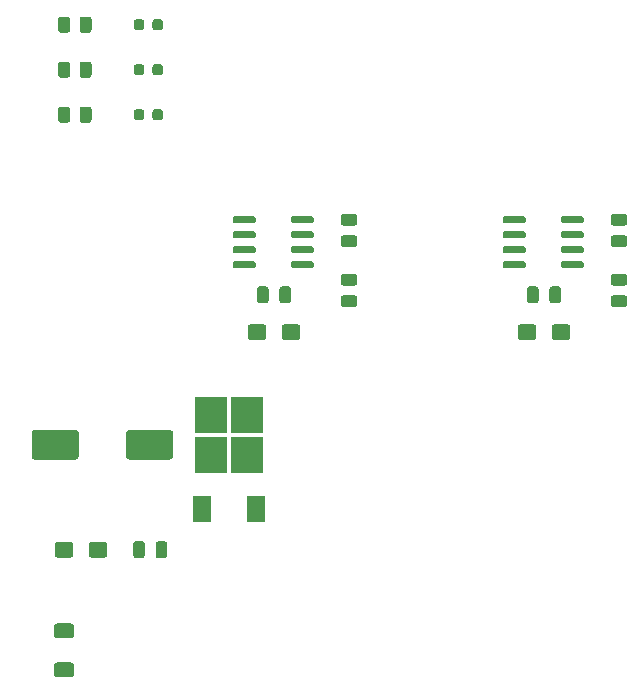
<source format=gbr>
G04 #@! TF.GenerationSoftware,KiCad,Pcbnew,(5.1.10)-1*
G04 #@! TF.CreationDate,2021-10-04T13:56:36-03:00*
G04 #@! TF.ProjectId,ESP-pwm_4ch,4553502d-7077-46d5-9f34-63682e6b6963,rev?*
G04 #@! TF.SameCoordinates,Original*
G04 #@! TF.FileFunction,Paste,Top*
G04 #@! TF.FilePolarity,Positive*
%FSLAX46Y46*%
G04 Gerber Fmt 4.6, Leading zero omitted, Abs format (unit mm)*
G04 Created by KiCad (PCBNEW (5.1.10)-1) date 2021-10-04 13:56:36*
%MOMM*%
%LPD*%
G01*
G04 APERTURE LIST*
%ADD10R,1.600000X2.200000*%
%ADD11R,2.750000X3.050000*%
G04 APERTURE END LIST*
G04 #@! TO.C,C3*
G36*
G01*
X111620000Y-111285000D02*
X111620000Y-112235000D01*
G75*
G02*
X111370000Y-112485000I-250000J0D01*
G01*
X110870000Y-112485000D01*
G75*
G02*
X110620000Y-112235000I0J250000D01*
G01*
X110620000Y-111285000D01*
G75*
G02*
X110870000Y-111035000I250000J0D01*
G01*
X111370000Y-111035000D01*
G75*
G02*
X111620000Y-111285000I0J-250000D01*
G01*
G37*
G36*
G01*
X109720000Y-111285000D02*
X109720000Y-112235000D01*
G75*
G02*
X109470000Y-112485000I-250000J0D01*
G01*
X108970000Y-112485000D01*
G75*
G02*
X108720000Y-112235000I0J250000D01*
G01*
X108720000Y-111285000D01*
G75*
G02*
X108970000Y-111035000I250000J0D01*
G01*
X109470000Y-111035000D01*
G75*
G02*
X109720000Y-111285000I0J-250000D01*
G01*
G37*
G04 #@! TD*
G04 #@! TO.C,C6*
G36*
G01*
X144960000Y-89695000D02*
X144960000Y-90645000D01*
G75*
G02*
X144710000Y-90895000I-250000J0D01*
G01*
X144210000Y-90895000D01*
G75*
G02*
X143960000Y-90645000I0J250000D01*
G01*
X143960000Y-89695000D01*
G75*
G02*
X144210000Y-89445000I250000J0D01*
G01*
X144710000Y-89445000D01*
G75*
G02*
X144960000Y-89695000I0J-250000D01*
G01*
G37*
G36*
G01*
X143060000Y-89695000D02*
X143060000Y-90645000D01*
G75*
G02*
X142810000Y-90895000I-250000J0D01*
G01*
X142310000Y-90895000D01*
G75*
G02*
X142060000Y-90645000I0J250000D01*
G01*
X142060000Y-89695000D01*
G75*
G02*
X142310000Y-89445000I250000J0D01*
G01*
X142810000Y-89445000D01*
G75*
G02*
X143060000Y-89695000I0J-250000D01*
G01*
G37*
G04 #@! TD*
G04 #@! TO.C,C4*
G36*
G01*
X122100000Y-89695000D02*
X122100000Y-90645000D01*
G75*
G02*
X121850000Y-90895000I-250000J0D01*
G01*
X121350000Y-90895000D01*
G75*
G02*
X121100000Y-90645000I0J250000D01*
G01*
X121100000Y-89695000D01*
G75*
G02*
X121350000Y-89445000I250000J0D01*
G01*
X121850000Y-89445000D01*
G75*
G02*
X122100000Y-89695000I0J-250000D01*
G01*
G37*
G36*
G01*
X120200000Y-89695000D02*
X120200000Y-90645000D01*
G75*
G02*
X119950000Y-90895000I-250000J0D01*
G01*
X119450000Y-90895000D01*
G75*
G02*
X119200000Y-90645000I0J250000D01*
G01*
X119200000Y-89695000D01*
G75*
G02*
X119450000Y-89445000I250000J0D01*
G01*
X119950000Y-89445000D01*
G75*
G02*
X120200000Y-89695000I0J-250000D01*
G01*
G37*
G04 #@! TD*
G04 #@! TO.C,R7*
G36*
G01*
X149409999Y-83307500D02*
X150310001Y-83307500D01*
G75*
G02*
X150560000Y-83557499I0J-249999D01*
G01*
X150560000Y-84082501D01*
G75*
G02*
X150310001Y-84332500I-249999J0D01*
G01*
X149409999Y-84332500D01*
G75*
G02*
X149160000Y-84082501I0J249999D01*
G01*
X149160000Y-83557499D01*
G75*
G02*
X149409999Y-83307500I249999J0D01*
G01*
G37*
G36*
G01*
X149409999Y-85132500D02*
X150310001Y-85132500D01*
G75*
G02*
X150560000Y-85382499I0J-249999D01*
G01*
X150560000Y-85907501D01*
G75*
G02*
X150310001Y-86157500I-249999J0D01*
G01*
X149409999Y-86157500D01*
G75*
G02*
X149160000Y-85907501I0J249999D01*
G01*
X149160000Y-85382499D01*
G75*
G02*
X149409999Y-85132500I249999J0D01*
G01*
G37*
G04 #@! TD*
G04 #@! TO.C,R5*
G36*
G01*
X126549999Y-83307500D02*
X127450001Y-83307500D01*
G75*
G02*
X127700000Y-83557499I0J-249999D01*
G01*
X127700000Y-84082501D01*
G75*
G02*
X127450001Y-84332500I-249999J0D01*
G01*
X126549999Y-84332500D01*
G75*
G02*
X126300000Y-84082501I0J249999D01*
G01*
X126300000Y-83557499D01*
G75*
G02*
X126549999Y-83307500I249999J0D01*
G01*
G37*
G36*
G01*
X126549999Y-85132500D02*
X127450001Y-85132500D01*
G75*
G02*
X127700000Y-85382499I0J-249999D01*
G01*
X127700000Y-85907501D01*
G75*
G02*
X127450001Y-86157500I-249999J0D01*
G01*
X126549999Y-86157500D01*
G75*
G02*
X126300000Y-85907501I0J249999D01*
G01*
X126300000Y-85382499D01*
G75*
G02*
X126549999Y-85132500I249999J0D01*
G01*
G37*
G04 #@! TD*
G04 #@! TO.C,R6*
G36*
G01*
X150310001Y-91237500D02*
X149409999Y-91237500D01*
G75*
G02*
X149160000Y-90987501I0J249999D01*
G01*
X149160000Y-90462499D01*
G75*
G02*
X149409999Y-90212500I249999J0D01*
G01*
X150310001Y-90212500D01*
G75*
G02*
X150560000Y-90462499I0J-249999D01*
G01*
X150560000Y-90987501D01*
G75*
G02*
X150310001Y-91237500I-249999J0D01*
G01*
G37*
G36*
G01*
X150310001Y-89412500D02*
X149409999Y-89412500D01*
G75*
G02*
X149160000Y-89162501I0J249999D01*
G01*
X149160000Y-88637499D01*
G75*
G02*
X149409999Y-88387500I249999J0D01*
G01*
X150310001Y-88387500D01*
G75*
G02*
X150560000Y-88637499I0J-249999D01*
G01*
X150560000Y-89162501D01*
G75*
G02*
X150310001Y-89412500I-249999J0D01*
G01*
G37*
G04 #@! TD*
G04 #@! TO.C,R4*
G36*
G01*
X127450001Y-91237500D02*
X126549999Y-91237500D01*
G75*
G02*
X126300000Y-90987501I0J249999D01*
G01*
X126300000Y-90462499D01*
G75*
G02*
X126549999Y-90212500I249999J0D01*
G01*
X127450001Y-90212500D01*
G75*
G02*
X127700000Y-90462499I0J-249999D01*
G01*
X127700000Y-90987501D01*
G75*
G02*
X127450001Y-91237500I-249999J0D01*
G01*
G37*
G36*
G01*
X127450001Y-89412500D02*
X126549999Y-89412500D01*
G75*
G02*
X126300000Y-89162501I0J249999D01*
G01*
X126300000Y-88637499D01*
G75*
G02*
X126549999Y-88387500I249999J0D01*
G01*
X127450001Y-88387500D01*
G75*
G02*
X127700000Y-88637499I0J-249999D01*
G01*
X127700000Y-89162501D01*
G75*
G02*
X127450001Y-89412500I-249999J0D01*
G01*
G37*
G04 #@! TD*
G04 #@! TO.C,D1*
G36*
G01*
X102320000Y-121270000D02*
X103420000Y-121270000D01*
G75*
G02*
X103745000Y-121595000I0J-325000D01*
G01*
X103745000Y-122245000D01*
G75*
G02*
X103420000Y-122570000I-325000J0D01*
G01*
X102320000Y-122570000D01*
G75*
G02*
X101995000Y-122245000I0J325000D01*
G01*
X101995000Y-121595000D01*
G75*
G02*
X102320000Y-121270000I325000J0D01*
G01*
G37*
G36*
G01*
X102320000Y-117970000D02*
X103420000Y-117970000D01*
G75*
G02*
X103745000Y-118295000I0J-325000D01*
G01*
X103745000Y-118945000D01*
G75*
G02*
X103420000Y-119270000I-325000J0D01*
G01*
X102320000Y-119270000D01*
G75*
G02*
X101995000Y-118945000I0J325000D01*
G01*
X101995000Y-118295000D01*
G75*
G02*
X102320000Y-117970000I325000J0D01*
G01*
G37*
G04 #@! TD*
G04 #@! TO.C,D4*
G36*
G01*
X109657500Y-70863750D02*
X109657500Y-71376250D01*
G75*
G02*
X109438750Y-71595000I-218750J0D01*
G01*
X109001250Y-71595000D01*
G75*
G02*
X108782500Y-71376250I0J218750D01*
G01*
X108782500Y-70863750D01*
G75*
G02*
X109001250Y-70645000I218750J0D01*
G01*
X109438750Y-70645000D01*
G75*
G02*
X109657500Y-70863750I0J-218750D01*
G01*
G37*
G36*
G01*
X111232500Y-70863750D02*
X111232500Y-71376250D01*
G75*
G02*
X111013750Y-71595000I-218750J0D01*
G01*
X110576250Y-71595000D01*
G75*
G02*
X110357500Y-71376250I0J218750D01*
G01*
X110357500Y-70863750D01*
G75*
G02*
X110576250Y-70645000I218750J0D01*
G01*
X111013750Y-70645000D01*
G75*
G02*
X111232500Y-70863750I0J-218750D01*
G01*
G37*
G04 #@! TD*
G04 #@! TO.C,D3*
G36*
G01*
X109657500Y-74673750D02*
X109657500Y-75186250D01*
G75*
G02*
X109438750Y-75405000I-218750J0D01*
G01*
X109001250Y-75405000D01*
G75*
G02*
X108782500Y-75186250I0J218750D01*
G01*
X108782500Y-74673750D01*
G75*
G02*
X109001250Y-74455000I218750J0D01*
G01*
X109438750Y-74455000D01*
G75*
G02*
X109657500Y-74673750I0J-218750D01*
G01*
G37*
G36*
G01*
X111232500Y-74673750D02*
X111232500Y-75186250D01*
G75*
G02*
X111013750Y-75405000I-218750J0D01*
G01*
X110576250Y-75405000D01*
G75*
G02*
X110357500Y-75186250I0J218750D01*
G01*
X110357500Y-74673750D01*
G75*
G02*
X110576250Y-74455000I218750J0D01*
G01*
X111013750Y-74455000D01*
G75*
G02*
X111232500Y-74673750I0J-218750D01*
G01*
G37*
G04 #@! TD*
G04 #@! TO.C,D2*
G36*
G01*
X109657500Y-67053750D02*
X109657500Y-67566250D01*
G75*
G02*
X109438750Y-67785000I-218750J0D01*
G01*
X109001250Y-67785000D01*
G75*
G02*
X108782500Y-67566250I0J218750D01*
G01*
X108782500Y-67053750D01*
G75*
G02*
X109001250Y-66835000I218750J0D01*
G01*
X109438750Y-66835000D01*
G75*
G02*
X109657500Y-67053750I0J-218750D01*
G01*
G37*
G36*
G01*
X111232500Y-67053750D02*
X111232500Y-67566250D01*
G75*
G02*
X111013750Y-67785000I-218750J0D01*
G01*
X110576250Y-67785000D01*
G75*
G02*
X110357500Y-67566250I0J218750D01*
G01*
X110357500Y-67053750D01*
G75*
G02*
X110576250Y-66835000I218750J0D01*
G01*
X111013750Y-66835000D01*
G75*
G02*
X111232500Y-67053750I0J-218750D01*
G01*
G37*
G04 #@! TD*
G04 #@! TO.C,R3*
G36*
G01*
X102357500Y-67760001D02*
X102357500Y-66859999D01*
G75*
G02*
X102607499Y-66610000I249999J0D01*
G01*
X103132501Y-66610000D01*
G75*
G02*
X103382500Y-66859999I0J-249999D01*
G01*
X103382500Y-67760001D01*
G75*
G02*
X103132501Y-68010000I-249999J0D01*
G01*
X102607499Y-68010000D01*
G75*
G02*
X102357500Y-67760001I0J249999D01*
G01*
G37*
G36*
G01*
X104182500Y-67760001D02*
X104182500Y-66859999D01*
G75*
G02*
X104432499Y-66610000I249999J0D01*
G01*
X104957501Y-66610000D01*
G75*
G02*
X105207500Y-66859999I0J-249999D01*
G01*
X105207500Y-67760001D01*
G75*
G02*
X104957501Y-68010000I-249999J0D01*
G01*
X104432499Y-68010000D01*
G75*
G02*
X104182500Y-67760001I0J249999D01*
G01*
G37*
G04 #@! TD*
G04 #@! TO.C,R2*
G36*
G01*
X102357500Y-71570001D02*
X102357500Y-70669999D01*
G75*
G02*
X102607499Y-70420000I249999J0D01*
G01*
X103132501Y-70420000D01*
G75*
G02*
X103382500Y-70669999I0J-249999D01*
G01*
X103382500Y-71570001D01*
G75*
G02*
X103132501Y-71820000I-249999J0D01*
G01*
X102607499Y-71820000D01*
G75*
G02*
X102357500Y-71570001I0J249999D01*
G01*
G37*
G36*
G01*
X104182500Y-71570001D02*
X104182500Y-70669999D01*
G75*
G02*
X104432499Y-70420000I249999J0D01*
G01*
X104957501Y-70420000D01*
G75*
G02*
X105207500Y-70669999I0J-249999D01*
G01*
X105207500Y-71570001D01*
G75*
G02*
X104957501Y-71820000I-249999J0D01*
G01*
X104432499Y-71820000D01*
G75*
G02*
X104182500Y-71570001I0J249999D01*
G01*
G37*
G04 #@! TD*
G04 #@! TO.C,R1*
G36*
G01*
X102357500Y-75380001D02*
X102357500Y-74479999D01*
G75*
G02*
X102607499Y-74230000I249999J0D01*
G01*
X103132501Y-74230000D01*
G75*
G02*
X103382500Y-74479999I0J-249999D01*
G01*
X103382500Y-75380001D01*
G75*
G02*
X103132501Y-75630000I-249999J0D01*
G01*
X102607499Y-75630000D01*
G75*
G02*
X102357500Y-75380001I0J249999D01*
G01*
G37*
G36*
G01*
X104182500Y-75380001D02*
X104182500Y-74479999D01*
G75*
G02*
X104432499Y-74230000I249999J0D01*
G01*
X104957501Y-74230000D01*
G75*
G02*
X105207500Y-74479999I0J-249999D01*
G01*
X105207500Y-75380001D01*
G75*
G02*
X104957501Y-75630000I-249999J0D01*
G01*
X104432499Y-75630000D01*
G75*
G02*
X104182500Y-75380001I0J249999D01*
G01*
G37*
G04 #@! TD*
D10*
G04 #@! TO.C,U1*
X114560000Y-108340000D03*
X119120000Y-108340000D03*
D11*
X118365000Y-100365000D03*
X115315000Y-103715000D03*
X115315000Y-100365000D03*
X118365000Y-103715000D03*
G04 #@! TD*
G04 #@! TO.C,C7*
G36*
G01*
X142860000Y-92919999D02*
X142860000Y-93770001D01*
G75*
G02*
X142610001Y-94020000I-249999J0D01*
G01*
X141534999Y-94020000D01*
G75*
G02*
X141285000Y-93770001I0J249999D01*
G01*
X141285000Y-92919999D01*
G75*
G02*
X141534999Y-92670000I249999J0D01*
G01*
X142610001Y-92670000D01*
G75*
G02*
X142860000Y-92919999I0J-249999D01*
G01*
G37*
G36*
G01*
X145735000Y-92919999D02*
X145735000Y-93770001D01*
G75*
G02*
X145485001Y-94020000I-249999J0D01*
G01*
X144409999Y-94020000D01*
G75*
G02*
X144160000Y-93770001I0J249999D01*
G01*
X144160000Y-92919999D01*
G75*
G02*
X144409999Y-92670000I249999J0D01*
G01*
X145485001Y-92670000D01*
G75*
G02*
X145735000Y-92919999I0J-249999D01*
G01*
G37*
G04 #@! TD*
G04 #@! TO.C,C5*
G36*
G01*
X120000000Y-92919999D02*
X120000000Y-93770001D01*
G75*
G02*
X119750001Y-94020000I-249999J0D01*
G01*
X118674999Y-94020000D01*
G75*
G02*
X118425000Y-93770001I0J249999D01*
G01*
X118425000Y-92919999D01*
G75*
G02*
X118674999Y-92670000I249999J0D01*
G01*
X119750001Y-92670000D01*
G75*
G02*
X120000000Y-92919999I0J-249999D01*
G01*
G37*
G36*
G01*
X122875000Y-92919999D02*
X122875000Y-93770001D01*
G75*
G02*
X122625001Y-94020000I-249999J0D01*
G01*
X121549999Y-94020000D01*
G75*
G02*
X121300000Y-93770001I0J249999D01*
G01*
X121300000Y-92919999D01*
G75*
G02*
X121549999Y-92670000I249999J0D01*
G01*
X122625001Y-92670000D01*
G75*
G02*
X122875000Y-92919999I0J-249999D01*
G01*
G37*
G04 #@! TD*
G04 #@! TO.C,C1*
G36*
G01*
X108120000Y-103870000D02*
X108120000Y-101870000D01*
G75*
G02*
X108370000Y-101620000I250000J0D01*
G01*
X111870000Y-101620000D01*
G75*
G02*
X112120000Y-101870000I0J-250000D01*
G01*
X112120000Y-103870000D01*
G75*
G02*
X111870000Y-104120000I-250000J0D01*
G01*
X108370000Y-104120000D01*
G75*
G02*
X108120000Y-103870000I0J250000D01*
G01*
G37*
G36*
G01*
X100120000Y-103870000D02*
X100120000Y-101870000D01*
G75*
G02*
X100370000Y-101620000I250000J0D01*
G01*
X103870000Y-101620000D01*
G75*
G02*
X104120000Y-101870000I0J-250000D01*
G01*
X104120000Y-103870000D01*
G75*
G02*
X103870000Y-104120000I-250000J0D01*
G01*
X100370000Y-104120000D01*
G75*
G02*
X100120000Y-103870000I0J250000D01*
G01*
G37*
G04 #@! TD*
G04 #@! TO.C,U4*
G36*
G01*
X122085000Y-83970000D02*
X122085000Y-83670000D01*
G75*
G02*
X122235000Y-83520000I150000J0D01*
G01*
X123885000Y-83520000D01*
G75*
G02*
X124035000Y-83670000I0J-150000D01*
G01*
X124035000Y-83970000D01*
G75*
G02*
X123885000Y-84120000I-150000J0D01*
G01*
X122235000Y-84120000D01*
G75*
G02*
X122085000Y-83970000I0J150000D01*
G01*
G37*
G36*
G01*
X122085000Y-85240000D02*
X122085000Y-84940000D01*
G75*
G02*
X122235000Y-84790000I150000J0D01*
G01*
X123885000Y-84790000D01*
G75*
G02*
X124035000Y-84940000I0J-150000D01*
G01*
X124035000Y-85240000D01*
G75*
G02*
X123885000Y-85390000I-150000J0D01*
G01*
X122235000Y-85390000D01*
G75*
G02*
X122085000Y-85240000I0J150000D01*
G01*
G37*
G36*
G01*
X122085000Y-86510000D02*
X122085000Y-86210000D01*
G75*
G02*
X122235000Y-86060000I150000J0D01*
G01*
X123885000Y-86060000D01*
G75*
G02*
X124035000Y-86210000I0J-150000D01*
G01*
X124035000Y-86510000D01*
G75*
G02*
X123885000Y-86660000I-150000J0D01*
G01*
X122235000Y-86660000D01*
G75*
G02*
X122085000Y-86510000I0J150000D01*
G01*
G37*
G36*
G01*
X122085000Y-87780000D02*
X122085000Y-87480000D01*
G75*
G02*
X122235000Y-87330000I150000J0D01*
G01*
X123885000Y-87330000D01*
G75*
G02*
X124035000Y-87480000I0J-150000D01*
G01*
X124035000Y-87780000D01*
G75*
G02*
X123885000Y-87930000I-150000J0D01*
G01*
X122235000Y-87930000D01*
G75*
G02*
X122085000Y-87780000I0J150000D01*
G01*
G37*
G36*
G01*
X117135000Y-87780000D02*
X117135000Y-87480000D01*
G75*
G02*
X117285000Y-87330000I150000J0D01*
G01*
X118935000Y-87330000D01*
G75*
G02*
X119085000Y-87480000I0J-150000D01*
G01*
X119085000Y-87780000D01*
G75*
G02*
X118935000Y-87930000I-150000J0D01*
G01*
X117285000Y-87930000D01*
G75*
G02*
X117135000Y-87780000I0J150000D01*
G01*
G37*
G36*
G01*
X117135000Y-86510000D02*
X117135000Y-86210000D01*
G75*
G02*
X117285000Y-86060000I150000J0D01*
G01*
X118935000Y-86060000D01*
G75*
G02*
X119085000Y-86210000I0J-150000D01*
G01*
X119085000Y-86510000D01*
G75*
G02*
X118935000Y-86660000I-150000J0D01*
G01*
X117285000Y-86660000D01*
G75*
G02*
X117135000Y-86510000I0J150000D01*
G01*
G37*
G36*
G01*
X117135000Y-85240000D02*
X117135000Y-84940000D01*
G75*
G02*
X117285000Y-84790000I150000J0D01*
G01*
X118935000Y-84790000D01*
G75*
G02*
X119085000Y-84940000I0J-150000D01*
G01*
X119085000Y-85240000D01*
G75*
G02*
X118935000Y-85390000I-150000J0D01*
G01*
X117285000Y-85390000D01*
G75*
G02*
X117135000Y-85240000I0J150000D01*
G01*
G37*
G36*
G01*
X117135000Y-83970000D02*
X117135000Y-83670000D01*
G75*
G02*
X117285000Y-83520000I150000J0D01*
G01*
X118935000Y-83520000D01*
G75*
G02*
X119085000Y-83670000I0J-150000D01*
G01*
X119085000Y-83970000D01*
G75*
G02*
X118935000Y-84120000I-150000J0D01*
G01*
X117285000Y-84120000D01*
G75*
G02*
X117135000Y-83970000I0J150000D01*
G01*
G37*
G04 #@! TD*
G04 #@! TO.C,U5*
G36*
G01*
X139995000Y-83970000D02*
X139995000Y-83670000D01*
G75*
G02*
X140145000Y-83520000I150000J0D01*
G01*
X141795000Y-83520000D01*
G75*
G02*
X141945000Y-83670000I0J-150000D01*
G01*
X141945000Y-83970000D01*
G75*
G02*
X141795000Y-84120000I-150000J0D01*
G01*
X140145000Y-84120000D01*
G75*
G02*
X139995000Y-83970000I0J150000D01*
G01*
G37*
G36*
G01*
X139995000Y-85240000D02*
X139995000Y-84940000D01*
G75*
G02*
X140145000Y-84790000I150000J0D01*
G01*
X141795000Y-84790000D01*
G75*
G02*
X141945000Y-84940000I0J-150000D01*
G01*
X141945000Y-85240000D01*
G75*
G02*
X141795000Y-85390000I-150000J0D01*
G01*
X140145000Y-85390000D01*
G75*
G02*
X139995000Y-85240000I0J150000D01*
G01*
G37*
G36*
G01*
X139995000Y-86510000D02*
X139995000Y-86210000D01*
G75*
G02*
X140145000Y-86060000I150000J0D01*
G01*
X141795000Y-86060000D01*
G75*
G02*
X141945000Y-86210000I0J-150000D01*
G01*
X141945000Y-86510000D01*
G75*
G02*
X141795000Y-86660000I-150000J0D01*
G01*
X140145000Y-86660000D01*
G75*
G02*
X139995000Y-86510000I0J150000D01*
G01*
G37*
G36*
G01*
X139995000Y-87780000D02*
X139995000Y-87480000D01*
G75*
G02*
X140145000Y-87330000I150000J0D01*
G01*
X141795000Y-87330000D01*
G75*
G02*
X141945000Y-87480000I0J-150000D01*
G01*
X141945000Y-87780000D01*
G75*
G02*
X141795000Y-87930000I-150000J0D01*
G01*
X140145000Y-87930000D01*
G75*
G02*
X139995000Y-87780000I0J150000D01*
G01*
G37*
G36*
G01*
X144945000Y-87780000D02*
X144945000Y-87480000D01*
G75*
G02*
X145095000Y-87330000I150000J0D01*
G01*
X146745000Y-87330000D01*
G75*
G02*
X146895000Y-87480000I0J-150000D01*
G01*
X146895000Y-87780000D01*
G75*
G02*
X146745000Y-87930000I-150000J0D01*
G01*
X145095000Y-87930000D01*
G75*
G02*
X144945000Y-87780000I0J150000D01*
G01*
G37*
G36*
G01*
X144945000Y-86510000D02*
X144945000Y-86210000D01*
G75*
G02*
X145095000Y-86060000I150000J0D01*
G01*
X146745000Y-86060000D01*
G75*
G02*
X146895000Y-86210000I0J-150000D01*
G01*
X146895000Y-86510000D01*
G75*
G02*
X146745000Y-86660000I-150000J0D01*
G01*
X145095000Y-86660000D01*
G75*
G02*
X144945000Y-86510000I0J150000D01*
G01*
G37*
G36*
G01*
X144945000Y-85240000D02*
X144945000Y-84940000D01*
G75*
G02*
X145095000Y-84790000I150000J0D01*
G01*
X146745000Y-84790000D01*
G75*
G02*
X146895000Y-84940000I0J-150000D01*
G01*
X146895000Y-85240000D01*
G75*
G02*
X146745000Y-85390000I-150000J0D01*
G01*
X145095000Y-85390000D01*
G75*
G02*
X144945000Y-85240000I0J150000D01*
G01*
G37*
G36*
G01*
X144945000Y-83970000D02*
X144945000Y-83670000D01*
G75*
G02*
X145095000Y-83520000I150000J0D01*
G01*
X146745000Y-83520000D01*
G75*
G02*
X146895000Y-83670000I0J-150000D01*
G01*
X146895000Y-83970000D01*
G75*
G02*
X146745000Y-84120000I-150000J0D01*
G01*
X145095000Y-84120000D01*
G75*
G02*
X144945000Y-83970000I0J150000D01*
G01*
G37*
G04 #@! TD*
G04 #@! TO.C,C2*
G36*
G01*
X102082500Y-112185001D02*
X102082500Y-111334999D01*
G75*
G02*
X102332499Y-111085000I249999J0D01*
G01*
X103407501Y-111085000D01*
G75*
G02*
X103657500Y-111334999I0J-249999D01*
G01*
X103657500Y-112185001D01*
G75*
G02*
X103407501Y-112435000I-249999J0D01*
G01*
X102332499Y-112435000D01*
G75*
G02*
X102082500Y-112185001I0J249999D01*
G01*
G37*
G36*
G01*
X104957500Y-112185001D02*
X104957500Y-111334999D01*
G75*
G02*
X105207499Y-111085000I249999J0D01*
G01*
X106282501Y-111085000D01*
G75*
G02*
X106532500Y-111334999I0J-249999D01*
G01*
X106532500Y-112185001D01*
G75*
G02*
X106282501Y-112435000I-249999J0D01*
G01*
X105207499Y-112435000D01*
G75*
G02*
X104957500Y-112185001I0J249999D01*
G01*
G37*
G04 #@! TD*
M02*

</source>
